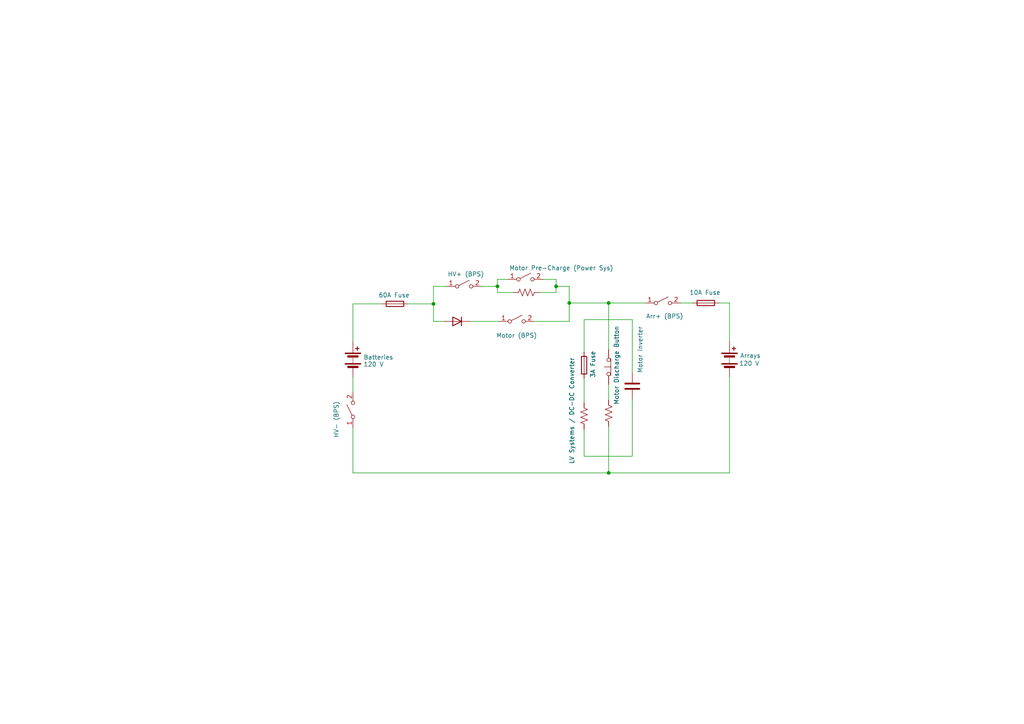
<source format=kicad_sch>
(kicad_sch (version 20230121) (generator eeschema)

  (uuid f20c27e8-230d-4901-b6c7-44073f89ab59)

  (paper "A4")

  (lib_symbols
    (symbol "Device:Battery" (pin_numbers hide) (pin_names (offset 0) hide) (in_bom yes) (on_board yes)
      (property "Reference" "BT" (at 2.54 2.54 0)
        (effects (font (size 1.27 1.27)) (justify left))
      )
      (property "Value" "Battery" (at 2.54 0 0)
        (effects (font (size 1.27 1.27)) (justify left))
      )
      (property "Footprint" "" (at 0 1.524 90)
        (effects (font (size 1.27 1.27)) hide)
      )
      (property "Datasheet" "~" (at 0 1.524 90)
        (effects (font (size 1.27 1.27)) hide)
      )
      (property "ki_keywords" "batt voltage-source cell" (at 0 0 0)
        (effects (font (size 1.27 1.27)) hide)
      )
      (property "ki_description" "Multiple-cell battery" (at 0 0 0)
        (effects (font (size 1.27 1.27)) hide)
      )
      (symbol "Battery_0_1"
        (rectangle (start -2.286 -1.27) (end 2.286 -1.524)
          (stroke (width 0) (type default))
          (fill (type outline))
        )
        (rectangle (start -2.286 1.778) (end 2.286 1.524)
          (stroke (width 0) (type default))
          (fill (type outline))
        )
        (rectangle (start -1.524 -2.032) (end 1.524 -2.54)
          (stroke (width 0) (type default))
          (fill (type outline))
        )
        (rectangle (start -1.524 1.016) (end 1.524 0.508)
          (stroke (width 0) (type default))
          (fill (type outline))
        )
        (polyline
          (pts
            (xy 0 -1.016)
            (xy 0 -0.762)
          )
          (stroke (width 0) (type default))
          (fill (type none))
        )
        (polyline
          (pts
            (xy 0 -0.508)
            (xy 0 -0.254)
          )
          (stroke (width 0) (type default))
          (fill (type none))
        )
        (polyline
          (pts
            (xy 0 0)
            (xy 0 0.254)
          )
          (stroke (width 0) (type default))
          (fill (type none))
        )
        (polyline
          (pts
            (xy 0 1.778)
            (xy 0 2.54)
          )
          (stroke (width 0) (type default))
          (fill (type none))
        )
        (polyline
          (pts
            (xy 0.762 3.048)
            (xy 1.778 3.048)
          )
          (stroke (width 0.254) (type default))
          (fill (type none))
        )
        (polyline
          (pts
            (xy 1.27 3.556)
            (xy 1.27 2.54)
          )
          (stroke (width 0.254) (type default))
          (fill (type none))
        )
      )
      (symbol "Battery_1_1"
        (pin passive line (at 0 5.08 270) (length 2.54)
          (name "+" (effects (font (size 1.27 1.27))))
          (number "1" (effects (font (size 1.27 1.27))))
        )
        (pin passive line (at 0 -5.08 90) (length 2.54)
          (name "-" (effects (font (size 1.27 1.27))))
          (number "2" (effects (font (size 1.27 1.27))))
        )
      )
    )
    (symbol "Device:C" (pin_numbers hide) (pin_names (offset 0.254)) (in_bom yes) (on_board yes)
      (property "Reference" "C" (at 0.635 2.54 0)
        (effects (font (size 1.27 1.27)) (justify left))
      )
      (property "Value" "C" (at 0.635 -2.54 0)
        (effects (font (size 1.27 1.27)) (justify left))
      )
      (property "Footprint" "" (at 0.9652 -3.81 0)
        (effects (font (size 1.27 1.27)) hide)
      )
      (property "Datasheet" "~" (at 0 0 0)
        (effects (font (size 1.27 1.27)) hide)
      )
      (property "ki_keywords" "cap capacitor" (at 0 0 0)
        (effects (font (size 1.27 1.27)) hide)
      )
      (property "ki_description" "Unpolarized capacitor" (at 0 0 0)
        (effects (font (size 1.27 1.27)) hide)
      )
      (property "ki_fp_filters" "C_*" (at 0 0 0)
        (effects (font (size 1.27 1.27)) hide)
      )
      (symbol "C_0_1"
        (polyline
          (pts
            (xy -2.032 -0.762)
            (xy 2.032 -0.762)
          )
          (stroke (width 0.508) (type default))
          (fill (type none))
        )
        (polyline
          (pts
            (xy -2.032 0.762)
            (xy 2.032 0.762)
          )
          (stroke (width 0.508) (type default))
          (fill (type none))
        )
      )
      (symbol "C_1_1"
        (pin passive line (at 0 3.81 270) (length 2.794)
          (name "~" (effects (font (size 1.27 1.27))))
          (number "1" (effects (font (size 1.27 1.27))))
        )
        (pin passive line (at 0 -3.81 90) (length 2.794)
          (name "~" (effects (font (size 1.27 1.27))))
          (number "2" (effects (font (size 1.27 1.27))))
        )
      )
    )
    (symbol "Device:Fuse" (pin_numbers hide) (pin_names (offset 0)) (in_bom yes) (on_board yes)
      (property "Reference" "F" (at 2.032 0 90)
        (effects (font (size 1.27 1.27)))
      )
      (property "Value" "Fuse" (at -1.905 0 90)
        (effects (font (size 1.27 1.27)))
      )
      (property "Footprint" "" (at -1.778 0 90)
        (effects (font (size 1.27 1.27)) hide)
      )
      (property "Datasheet" "~" (at 0 0 0)
        (effects (font (size 1.27 1.27)) hide)
      )
      (property "ki_keywords" "fuse" (at 0 0 0)
        (effects (font (size 1.27 1.27)) hide)
      )
      (property "ki_description" "Fuse" (at 0 0 0)
        (effects (font (size 1.27 1.27)) hide)
      )
      (property "ki_fp_filters" "*Fuse*" (at 0 0 0)
        (effects (font (size 1.27 1.27)) hide)
      )
      (symbol "Fuse_0_1"
        (rectangle (start -0.762 -2.54) (end 0.762 2.54)
          (stroke (width 0.254) (type default))
          (fill (type none))
        )
        (polyline
          (pts
            (xy 0 2.54)
            (xy 0 -2.54)
          )
          (stroke (width 0) (type default))
          (fill (type none))
        )
      )
      (symbol "Fuse_1_1"
        (pin passive line (at 0 3.81 270) (length 1.27)
          (name "~" (effects (font (size 1.27 1.27))))
          (number "1" (effects (font (size 1.27 1.27))))
        )
        (pin passive line (at 0 -3.81 90) (length 1.27)
          (name "~" (effects (font (size 1.27 1.27))))
          (number "2" (effects (font (size 1.27 1.27))))
        )
      )
    )
    (symbol "Device:R_US" (pin_numbers hide) (pin_names (offset 0)) (in_bom yes) (on_board yes)
      (property "Reference" "R" (at 2.54 0 90)
        (effects (font (size 1.27 1.27)))
      )
      (property "Value" "R_US" (at -2.54 0 90)
        (effects (font (size 1.27 1.27)))
      )
      (property "Footprint" "" (at 1.016 -0.254 90)
        (effects (font (size 1.27 1.27)) hide)
      )
      (property "Datasheet" "~" (at 0 0 0)
        (effects (font (size 1.27 1.27)) hide)
      )
      (property "ki_keywords" "R res resistor" (at 0 0 0)
        (effects (font (size 1.27 1.27)) hide)
      )
      (property "ki_description" "Resistor, US symbol" (at 0 0 0)
        (effects (font (size 1.27 1.27)) hide)
      )
      (property "ki_fp_filters" "R_*" (at 0 0 0)
        (effects (font (size 1.27 1.27)) hide)
      )
      (symbol "R_US_0_1"
        (polyline
          (pts
            (xy 0 -2.286)
            (xy 0 -2.54)
          )
          (stroke (width 0) (type default))
          (fill (type none))
        )
        (polyline
          (pts
            (xy 0 2.286)
            (xy 0 2.54)
          )
          (stroke (width 0) (type default))
          (fill (type none))
        )
        (polyline
          (pts
            (xy 0 -0.762)
            (xy 1.016 -1.143)
            (xy 0 -1.524)
            (xy -1.016 -1.905)
            (xy 0 -2.286)
          )
          (stroke (width 0) (type default))
          (fill (type none))
        )
        (polyline
          (pts
            (xy 0 0.762)
            (xy 1.016 0.381)
            (xy 0 0)
            (xy -1.016 -0.381)
            (xy 0 -0.762)
          )
          (stroke (width 0) (type default))
          (fill (type none))
        )
        (polyline
          (pts
            (xy 0 2.286)
            (xy 1.016 1.905)
            (xy 0 1.524)
            (xy -1.016 1.143)
            (xy 0 0.762)
          )
          (stroke (width 0) (type default))
          (fill (type none))
        )
      )
      (symbol "R_US_1_1"
        (pin passive line (at 0 3.81 270) (length 1.27)
          (name "~" (effects (font (size 1.27 1.27))))
          (number "1" (effects (font (size 1.27 1.27))))
        )
        (pin passive line (at 0 -3.81 90) (length 1.27)
          (name "~" (effects (font (size 1.27 1.27))))
          (number "2" (effects (font (size 1.27 1.27))))
        )
      )
    )
    (symbol "Diode:1N914WT" (pin_numbers hide) (pin_names hide) (in_bom yes) (on_board yes)
      (property "Reference" "D" (at 0 2.54 0)
        (effects (font (size 1.27 1.27)))
      )
      (property "Value" "1N914WT" (at 0 -2.54 0)
        (effects (font (size 1.27 1.27)))
      )
      (property "Footprint" "Diode_SMD:D_SOD-523" (at 0 -4.445 0)
        (effects (font (size 1.27 1.27)) hide)
      )
      (property "Datasheet" "http://www.mouser.com/ds/2/149/1N4148WT-461550.pdf" (at 0 0 0)
        (effects (font (size 1.27 1.27)) hide)
      )
      (property "Sim.Device" "D" (at 0 0 0)
        (effects (font (size 1.27 1.27)) hide)
      )
      (property "Sim.Pins" "1=K 2=A" (at 0 0 0)
        (effects (font (size 1.27 1.27)) hide)
      )
      (property "ki_keywords" "diode" (at 0 0 0)
        (effects (font (size 1.27 1.27)) hide)
      )
      (property "ki_description" "75V 0.15A Fast switching Diode, SOD-523" (at 0 0 0)
        (effects (font (size 1.27 1.27)) hide)
      )
      (property "ki_fp_filters" "D*SOD?523*" (at 0 0 0)
        (effects (font (size 1.27 1.27)) hide)
      )
      (symbol "1N914WT_0_1"
        (polyline
          (pts
            (xy -1.27 1.27)
            (xy -1.27 -1.27)
          )
          (stroke (width 0.254) (type default))
          (fill (type none))
        )
        (polyline
          (pts
            (xy 1.27 0)
            (xy -1.27 0)
          )
          (stroke (width 0) (type default))
          (fill (type none))
        )
        (polyline
          (pts
            (xy 1.27 1.27)
            (xy 1.27 -1.27)
            (xy -1.27 0)
            (xy 1.27 1.27)
          )
          (stroke (width 0.254) (type default))
          (fill (type none))
        )
      )
      (symbol "1N914WT_1_1"
        (pin passive line (at -3.81 0 0) (length 2.54)
          (name "K" (effects (font (size 1.27 1.27))))
          (number "1" (effects (font (size 1.27 1.27))))
        )
        (pin passive line (at 3.81 0 180) (length 2.54)
          (name "A" (effects (font (size 1.27 1.27))))
          (number "2" (effects (font (size 1.27 1.27))))
        )
      )
    )
    (symbol "Switch:SW_Push_Open" (pin_numbers hide) (pin_names (offset 1.016) hide) (in_bom yes) (on_board yes)
      (property "Reference" "SW" (at 0 2.54 0)
        (effects (font (size 1.27 1.27)))
      )
      (property "Value" "SW_Push_Open" (at 0 -1.905 0)
        (effects (font (size 1.27 1.27)))
      )
      (property "Footprint" "" (at 0 5.08 0)
        (effects (font (size 1.27 1.27)) hide)
      )
      (property "Datasheet" "~" (at 0 5.08 0)
        (effects (font (size 1.27 1.27)) hide)
      )
      (property "ki_keywords" "switch normally-closed pushbutton push-button" (at 0 0 0)
        (effects (font (size 1.27 1.27)) hide)
      )
      (property "ki_description" "Push button switch, push-to-open, generic, two pins" (at 0 0 0)
        (effects (font (size 1.27 1.27)) hide)
      )
      (symbol "SW_Push_Open_0_1"
        (circle (center -2.032 0) (radius 0.508)
          (stroke (width 0) (type default))
          (fill (type none))
        )
        (polyline
          (pts
            (xy -2.54 -0.635)
            (xy 2.54 -0.635)
          )
          (stroke (width 0) (type default))
          (fill (type none))
        )
        (polyline
          (pts
            (xy 0 -0.635)
            (xy 0 1.27)
          )
          (stroke (width 0) (type default))
          (fill (type none))
        )
        (circle (center 2.032 0) (radius 0.508)
          (stroke (width 0) (type default))
          (fill (type none))
        )
        (pin passive line (at -5.08 0 0) (length 2.54)
          (name "A" (effects (font (size 1.27 1.27))))
          (number "1" (effects (font (size 1.27 1.27))))
        )
      )
      (symbol "SW_Push_Open_1_1"
        (pin passive line (at 5.08 0 180) (length 2.54)
          (name "B" (effects (font (size 1.27 1.27))))
          (number "2" (effects (font (size 1.27 1.27))))
        )
      )
    )
    (symbol "Switch:SW_SPST" (pin_names (offset 0) hide) (in_bom yes) (on_board yes)
      (property "Reference" "SW" (at 0 3.175 0)
        (effects (font (size 1.27 1.27)))
      )
      (property "Value" "SW_SPST" (at 0 -2.54 0)
        (effects (font (size 1.27 1.27)))
      )
      (property "Footprint" "" (at 0 0 0)
        (effects (font (size 1.27 1.27)) hide)
      )
      (property "Datasheet" "~" (at 0 0 0)
        (effects (font (size 1.27 1.27)) hide)
      )
      (property "ki_keywords" "switch lever" (at 0 0 0)
        (effects (font (size 1.27 1.27)) hide)
      )
      (property "ki_description" "Single Pole Single Throw (SPST) switch" (at 0 0 0)
        (effects (font (size 1.27 1.27)) hide)
      )
      (symbol "SW_SPST_0_0"
        (circle (center -2.032 0) (radius 0.508)
          (stroke (width 0) (type default))
          (fill (type none))
        )
        (polyline
          (pts
            (xy -1.524 0.254)
            (xy 1.524 1.778)
          )
          (stroke (width 0) (type default))
          (fill (type none))
        )
        (circle (center 2.032 0) (radius 0.508)
          (stroke (width 0) (type default))
          (fill (type none))
        )
      )
      (symbol "SW_SPST_1_1"
        (pin passive line (at -5.08 0 0) (length 2.54)
          (name "A" (effects (font (size 1.27 1.27))))
          (number "1" (effects (font (size 1.27 1.27))))
        )
        (pin passive line (at 5.08 0 180) (length 2.54)
          (name "B" (effects (font (size 1.27 1.27))))
          (number "2" (effects (font (size 1.27 1.27))))
        )
      )
    )
  )

  (junction (at 161.29 83.058) (diameter 0) (color 0 0 0 0)
    (uuid 1d6b40a4-3853-48f3-8c55-d6f357ce63da)
  )
  (junction (at 176.53 87.884) (diameter 0) (color 0 0 0 0)
    (uuid 29a0d92a-cf01-46ac-b4ce-3da1c21c1dd9)
  )
  (junction (at 125.73 88.138) (diameter 0) (color 0 0 0 0)
    (uuid 4bffac87-060e-4ccd-bf99-204dfec01d70)
  )
  (junction (at 176.53 137.16) (diameter 0) (color 0 0 0 0)
    (uuid 6d2ebe43-6fe9-4373-bc5c-6e8d5501b47e)
  )
  (junction (at 144.272 83.058) (diameter 0) (color 0 0 0 0)
    (uuid d9cd98ab-7af5-44c8-98fe-228fc72842ce)
  )
  (junction (at 165.1 87.884) (diameter 0) (color 0 0 0 0)
    (uuid ee53c7a1-7718-4ad3-b167-7c323bbdb7a7)
  )

  (wire (pts (xy 176.53 87.884) (xy 187.198 87.884))
    (stroke (width 0) (type default))
    (uuid 038b1015-ef7f-4969-9ac7-e09e8db2c4c4)
  )
  (wire (pts (xy 176.53 111.506) (xy 176.53 116.078))
    (stroke (width 0) (type default))
    (uuid 1f8da84d-bf05-49d2-bfb3-a832626e39d1)
  )
  (wire (pts (xy 144.272 83.058) (xy 144.272 84.836))
    (stroke (width 0) (type default))
    (uuid 1fd500bb-bb5a-416c-807c-56819e518703)
  )
  (wire (pts (xy 183.388 92.71) (xy 183.388 108.204))
    (stroke (width 0) (type default))
    (uuid 22ccd6ba-817a-4d84-bf6b-08eeab7a321b)
  )
  (wire (pts (xy 156.464 84.836) (xy 161.29 84.836))
    (stroke (width 0) (type default))
    (uuid 29b9b0a2-b9c9-42a3-8f95-a68d8ea6911c)
  )
  (wire (pts (xy 102.362 109.22) (xy 102.362 113.792))
    (stroke (width 0) (type default))
    (uuid 2bf4c0db-c2f9-468d-b0e5-51905149bb25)
  )
  (wire (pts (xy 211.582 87.884) (xy 208.534 87.884))
    (stroke (width 0) (type default))
    (uuid 334fcde3-861a-45e0-9782-16769de1a470)
  )
  (wire (pts (xy 128.778 93.218) (xy 125.73 93.218))
    (stroke (width 0) (type default))
    (uuid 40a71c97-55ed-409f-87d4-7fabe1894b85)
  )
  (wire (pts (xy 161.29 81.026) (xy 157.48 81.026))
    (stroke (width 0) (type default))
    (uuid 40eafc95-3720-4f27-83e1-e520aa9d2a17)
  )
  (wire (pts (xy 102.362 123.952) (xy 102.362 137.16))
    (stroke (width 0) (type default))
    (uuid 42cfa7df-f484-4790-9074-5d883b8de01e)
  )
  (wire (pts (xy 102.362 137.16) (xy 176.53 137.16))
    (stroke (width 0) (type default))
    (uuid 4a686cda-54d4-4cfc-80ae-3495637a8d0d)
  )
  (wire (pts (xy 161.29 83.058) (xy 161.29 84.836))
    (stroke (width 0) (type default))
    (uuid 4ab93c22-1e04-4d2b-9b8a-3ea0f66854a4)
  )
  (wire (pts (xy 197.358 87.884) (xy 200.914 87.884))
    (stroke (width 0) (type default))
    (uuid 4e7fd492-7936-4e48-8304-78d6010078d5)
  )
  (wire (pts (xy 165.1 87.884) (xy 165.1 93.218))
    (stroke (width 0) (type default))
    (uuid 5215f42f-c458-4758-817c-9373a0c72e60)
  )
  (wire (pts (xy 176.53 137.16) (xy 211.582 137.16))
    (stroke (width 0) (type default))
    (uuid 58057f32-435b-4e49-a329-9a8d877851fe)
  )
  (wire (pts (xy 176.53 87.884) (xy 176.53 101.346))
    (stroke (width 0) (type default))
    (uuid 5afcc4e6-67f1-4537-bbaa-1d7453748367)
  )
  (wire (pts (xy 102.362 88.138) (xy 110.744 88.138))
    (stroke (width 0) (type default))
    (uuid 5b945c4b-9766-47e1-a47b-9a360f7d0444)
  )
  (wire (pts (xy 211.582 87.884) (xy 211.582 99.06))
    (stroke (width 0) (type default))
    (uuid 615d14c4-c41f-4acf-8d58-f0e3780d26d2)
  )
  (wire (pts (xy 169.418 132.334) (xy 183.388 132.334))
    (stroke (width 0) (type default))
    (uuid 678ea68c-5538-4873-b038-612b5b2c2846)
  )
  (wire (pts (xy 161.29 81.026) (xy 161.29 83.058))
    (stroke (width 0) (type default))
    (uuid 6a0729ab-a3b1-4c34-953d-90b80c677b61)
  )
  (wire (pts (xy 144.272 81.026) (xy 144.272 83.058))
    (stroke (width 0) (type default))
    (uuid 719a3e17-5012-4344-a289-2a304119e031)
  )
  (wire (pts (xy 211.582 109.22) (xy 211.582 137.16))
    (stroke (width 0) (type default))
    (uuid 78c0ae51-6f4b-47e8-9993-badbd6c9cad4)
  )
  (wire (pts (xy 165.1 83.058) (xy 161.29 83.058))
    (stroke (width 0) (type default))
    (uuid 7bd35888-3c62-43ee-89ae-3cdf6c8ba794)
  )
  (wire (pts (xy 169.418 124.46) (xy 169.418 132.334))
    (stroke (width 0) (type default))
    (uuid 824c04b1-3cbe-4d19-bf86-8f6efb8d4fcc)
  )
  (wire (pts (xy 136.398 93.218) (xy 144.78 93.218))
    (stroke (width 0) (type default))
    (uuid 860781df-c105-4bd5-8be4-1d981ef70997)
  )
  (wire (pts (xy 165.1 87.884) (xy 176.53 87.884))
    (stroke (width 0) (type default))
    (uuid 866e84e8-8f0f-4f67-8dfa-4b33f20ed2ce)
  )
  (wire (pts (xy 169.418 92.71) (xy 169.418 102.108))
    (stroke (width 0) (type default))
    (uuid 95b7366b-5bec-40d0-ad8a-ae9bad1840a5)
  )
  (wire (pts (xy 183.388 115.824) (xy 183.388 132.334))
    (stroke (width 0) (type default))
    (uuid 969bbe15-b46d-4901-ba42-23775acbb26d)
  )
  (wire (pts (xy 125.73 83.058) (xy 125.73 88.138))
    (stroke (width 0) (type default))
    (uuid 9f34d790-0538-4306-b8c5-82643419e793)
  )
  (wire (pts (xy 169.418 109.728) (xy 169.418 116.84))
    (stroke (width 0) (type default))
    (uuid a62f5e3f-88fb-4795-b820-4d3c281d01d9)
  )
  (wire (pts (xy 144.272 84.836) (xy 148.844 84.836))
    (stroke (width 0) (type default))
    (uuid b17367aa-1f0c-4e9c-942a-ef9d8256141e)
  )
  (wire (pts (xy 165.1 83.058) (xy 165.1 87.884))
    (stroke (width 0) (type default))
    (uuid b3200741-9ab2-419e-9268-5b859d51e111)
  )
  (wire (pts (xy 125.73 83.058) (xy 129.54 83.058))
    (stroke (width 0) (type default))
    (uuid b4cac8e9-f7cf-415c-8df3-8e77399bf3c8)
  )
  (wire (pts (xy 139.7 83.058) (xy 144.272 83.058))
    (stroke (width 0) (type default))
    (uuid bd97eb7b-55d6-4a50-851c-a795b62a2bfa)
  )
  (wire (pts (xy 102.362 88.138) (xy 102.362 99.06))
    (stroke (width 0) (type default))
    (uuid d5b864e2-398d-4161-8101-89d493b8434f)
  )
  (wire (pts (xy 176.53 137.16) (xy 176.53 123.698))
    (stroke (width 0) (type default))
    (uuid d853218a-fbc4-499d-9b4b-f447687229e3)
  )
  (wire (pts (xy 125.73 88.138) (xy 125.73 93.218))
    (stroke (width 0) (type default))
    (uuid df4d9445-5b28-43b3-b76b-9f0f2f86bdbd)
  )
  (wire (pts (xy 169.418 92.71) (xy 183.388 92.71))
    (stroke (width 0) (type default))
    (uuid e36ad4ba-e751-4c71-a859-165eef893da5)
  )
  (wire (pts (xy 144.272 81.026) (xy 147.32 81.026))
    (stroke (width 0) (type default))
    (uuid ea71138b-dc9f-497b-a6c9-275557325396)
  )
  (wire (pts (xy 154.94 93.218) (xy 165.1 93.218))
    (stroke (width 0) (type default))
    (uuid f1b3dfc5-07b8-429b-b284-35e619e3651b)
  )
  (wire (pts (xy 118.364 88.138) (xy 125.73 88.138))
    (stroke (width 0) (type default))
    (uuid fef6967f-7cfb-4475-9924-f927e4231467)
  )

  (symbol (lib_id "Switch:SW_Push_Open") (at 176.53 106.426 90) (unit 1)
    (in_bom yes) (on_board yes) (dnp no)
    (uuid 0c3087fa-3f05-449e-bdfb-2142052387ea)
    (property "Reference" "SW4" (at 178.054 105.156 90)
      (effects (font (size 1.27 1.27)) (justify right) hide)
    )
    (property "Value" "Motor Discharge Button" (at 178.816 94.488 0)
      (effects (font (size 1.27 1.27)) (justify right))
    )
    (property "Footprint" "" (at 171.45 106.426 0)
      (effects (font (size 1.27 1.27)) hide)
    )
    (property "Datasheet" "~" (at 171.45 106.426 0)
      (effects (font (size 1.27 1.27)) hide)
    )
    (pin "1" (uuid 5fe9bdaa-bb48-4bf0-a147-c7ad0990948d))
    (pin "2" (uuid 81282b78-0ab5-4a1f-af15-03c4cffdf00f))
    (instances
      (project "HV Design"
        (path "/f20c27e8-230d-4901-b6c7-44073f89ab59"
          (reference "SW4") (unit 1)
        )
      )
    )
  )

  (symbol (lib_id "Diode:1N914WT") (at 132.588 93.218 180) (unit 1)
    (in_bom yes) (on_board yes) (dnp no) (fields_autoplaced)
    (uuid 25cc623f-a9c6-4cd6-b551-798219fe2efd)
    (property "Reference" "D1" (at 132.588 99.568 0)
      (effects (font (size 1.27 1.27)) hide)
    )
    (property "Value" "~" (at 132.588 97.028 0)
      (effects (font (size 1.27 1.27)) hide)
    )
    (property "Footprint" "Diode_SMD:D_SOD-523" (at 132.588 88.773 0)
      (effects (font (size 1.27 1.27)) hide)
    )
    (property "Datasheet" "http://www.mouser.com/ds/2/149/1N4148WT-461550.pdf" (at 132.588 93.218 0)
      (effects (font (size 1.27 1.27)) hide)
    )
    (property "Sim.Device" "D" (at 132.588 93.218 0)
      (effects (font (size 1.27 1.27)) hide)
    )
    (property "Sim.Pins" "1=K 2=A" (at 132.588 93.218 0)
      (effects (font (size 1.27 1.27)) hide)
    )
    (pin "1" (uuid 0378e9f1-e45a-44c9-a2e5-76d0f2a934b2))
    (pin "2" (uuid 7dac8f85-90ca-4f88-a3ec-e0e5a1e0ccee))
    (instances
      (project "HV Design"
        (path "/f20c27e8-230d-4901-b6c7-44073f89ab59"
          (reference "D1") (unit 1)
        )
      )
    )
  )

  (symbol (lib_id "Device:Fuse") (at 169.418 105.918 180) (unit 1)
    (in_bom yes) (on_board yes) (dnp no)
    (uuid 322a045d-0b28-42e3-8563-a1d471dc1088)
    (property "Reference" "F2" (at 163.703 105.918 90)
      (effects (font (size 1.27 1.27)) hide)
    )
    (property "Value" "3A Fuse" (at 171.958 105.664 90)
      (effects (font (size 1.27 1.27)))
    )
    (property "Footprint" "" (at 171.196 105.918 90)
      (effects (font (size 1.27 1.27)) hide)
    )
    (property "Datasheet" "~" (at 169.418 105.918 0)
      (effects (font (size 1.27 1.27)) hide)
    )
    (pin "1" (uuid 35db24f3-f6dc-4fe4-ba9f-b76a753b23a9))
    (pin "2" (uuid 257056eb-b1c2-4c0d-aa49-096c1adf164b))
    (instances
      (project "HV Design"
        (path "/f20c27e8-230d-4901-b6c7-44073f89ab59"
          (reference "F2") (unit 1)
        )
      )
    )
  )

  (symbol (lib_id "Device:C") (at 183.388 112.014 0) (unit 1)
    (in_bom yes) (on_board yes) (dnp no)
    (uuid 3ad07ae4-6c04-4d64-84ac-66b2fe1f2467)
    (property "Reference" "C1" (at 187.198 110.744 0)
      (effects (font (size 1.27 1.27)) (justify left) hide)
    )
    (property "Value" "Motor Inverter" (at 185.674 108.204 90)
      (effects (font (size 1.27 1.27)) (justify left))
    )
    (property "Footprint" "" (at 184.3532 115.824 0)
      (effects (font (size 1.27 1.27)) hide)
    )
    (property "Datasheet" "~" (at 183.388 112.014 0)
      (effects (font (size 1.27 1.27)) hide)
    )
    (pin "1" (uuid 3b174b8c-703b-4650-9cf7-924efb15d706))
    (pin "2" (uuid 8b92b683-4767-4046-8d32-96094979fa26))
    (instances
      (project "HV Design"
        (path "/f20c27e8-230d-4901-b6c7-44073f89ab59"
          (reference "C1") (unit 1)
        )
      )
    )
  )

  (symbol (lib_id "Device:R_US") (at 176.53 119.888 180) (unit 1)
    (in_bom yes) (on_board yes) (dnp no)
    (uuid 41df04ca-3f8f-4a59-aa5c-9dbb86c549ae)
    (property "Reference" "R4" (at 170.815 119.888 90)
      (effects (font (size 1.27 1.27)) hide)
    )
    (property "Value" "~" (at 173.355 119.888 90)
      (effects (font (size 1.27 1.27)) hide)
    )
    (property "Footprint" "" (at 175.514 119.634 90)
      (effects (font (size 1.27 1.27)) hide)
    )
    (property "Datasheet" "~" (at 176.53 119.888 0)
      (effects (font (size 1.27 1.27)) hide)
    )
    (pin "1" (uuid c119add0-ba2a-42d6-b0d5-089b2d2d1cd6))
    (pin "2" (uuid 67759fe6-d863-466e-a80d-08399d7eea4d))
    (instances
      (project "HV Design"
        (path "/f20c27e8-230d-4901-b6c7-44073f89ab59"
          (reference "R4") (unit 1)
        )
      )
    )
  )

  (symbol (lib_id "Switch:SW_SPST") (at 152.4 81.026 0) (unit 1)
    (in_bom yes) (on_board yes) (dnp no)
    (uuid 4cd87681-2bd4-4f01-9c0c-9799922539d4)
    (property "Reference" "SW1" (at 152.4 74.041 0)
      (effects (font (size 1.27 1.27)) hide)
    )
    (property "Value" "Motor Pre-Charge (Power Sys)" (at 162.814 77.724 0)
      (effects (font (size 1.27 1.27)))
    )
    (property "Footprint" "" (at 152.4 81.026 0)
      (effects (font (size 1.27 1.27)) hide)
    )
    (property "Datasheet" "~" (at 152.4 81.026 0)
      (effects (font (size 1.27 1.27)) hide)
    )
    (pin "1" (uuid d994882a-fea5-4b22-9455-691e1e3caea1))
    (pin "2" (uuid 76b4f26e-fae4-41b1-a83a-d8c3888f31a7))
    (instances
      (project "HV Design"
        (path "/f20c27e8-230d-4901-b6c7-44073f89ab59"
          (reference "SW1") (unit 1)
        )
      )
    )
  )

  (symbol (lib_id "Switch:SW_SPST") (at 192.278 87.884 0) (unit 1)
    (in_bom yes) (on_board yes) (dnp no)
    (uuid 56f8acc6-2eb0-46d8-93b3-c662c48408a6)
    (property "Reference" "SW6" (at 192.278 80.899 0)
      (effects (font (size 1.27 1.27)) hide)
    )
    (property "Value" "Arr+ (BPS)" (at 192.786 91.694 0)
      (effects (font (size 1.27 1.27)))
    )
    (property "Footprint" "" (at 192.278 87.884 0)
      (effects (font (size 1.27 1.27)) hide)
    )
    (property "Datasheet" "~" (at 192.278 87.884 0)
      (effects (font (size 1.27 1.27)) hide)
    )
    (pin "1" (uuid 80fc9567-5112-4234-ae41-a47647412f0b))
    (pin "2" (uuid f5c6a29d-e10b-44f3-b946-92046068b26b))
    (instances
      (project "HV Design"
        (path "/f20c27e8-230d-4901-b6c7-44073f89ab59"
          (reference "SW6") (unit 1)
        )
      )
    )
  )

  (symbol (lib_id "Device:Battery") (at 102.362 104.14 0) (unit 1)
    (in_bom yes) (on_board yes) (dnp no)
    (uuid 5f7937ef-9545-40b3-aa25-b943fc606ca2)
    (property "Reference" "Batteries" (at 105.41 103.632 0)
      (effects (font (size 1.27 1.27)) (justify left))
    )
    (property "Value" "120 V" (at 105.41 105.664 0)
      (effects (font (size 1.27 1.27)) (justify left))
    )
    (property "Footprint" "" (at 102.362 102.616 90)
      (effects (font (size 1.27 1.27)) hide)
    )
    (property "Datasheet" "~" (at 102.362 102.616 90)
      (effects (font (size 1.27 1.27)) hide)
    )
    (pin "1" (uuid d4b8b53b-61b0-464e-8253-edead3123319))
    (pin "2" (uuid be920b82-2234-4def-9af7-dd794db2c644))
    (instances
      (project "HV Design"
        (path "/f20c27e8-230d-4901-b6c7-44073f89ab59"
          (reference "Batteries") (unit 1)
        )
      )
    )
  )

  (symbol (lib_id "Device:Fuse") (at 114.554 88.138 90) (unit 1)
    (in_bom yes) (on_board yes) (dnp no)
    (uuid 7005507d-32f2-4078-8b35-5c9030416d0a)
    (property "Reference" "F1" (at 114.554 82.423 90)
      (effects (font (size 1.27 1.27)) hide)
    )
    (property "Value" "60A Fuse" (at 114.3 85.598 90)
      (effects (font (size 1.27 1.27)))
    )
    (property "Footprint" "" (at 114.554 89.916 90)
      (effects (font (size 1.27 1.27)) hide)
    )
    (property "Datasheet" "~" (at 114.554 88.138 0)
      (effects (font (size 1.27 1.27)) hide)
    )
    (pin "1" (uuid 87d385c4-3fbd-41b9-ab15-457bba5e36b4))
    (pin "2" (uuid d210cb10-07a1-4da6-901b-f7196e6b7eea))
    (instances
      (project "HV Design"
        (path "/f20c27e8-230d-4901-b6c7-44073f89ab59"
          (reference "F1") (unit 1)
        )
      )
    )
  )

  (symbol (lib_id "Device:Fuse") (at 204.724 87.884 270) (unit 1)
    (in_bom yes) (on_board yes) (dnp no)
    (uuid 772870c4-9e39-47d9-89fd-2d7a4ea9bdde)
    (property "Reference" "F3" (at 204.724 93.599 90)
      (effects (font (size 1.27 1.27)) hide)
    )
    (property "Value" "10A Fuse" (at 204.47 84.836 90)
      (effects (font (size 1.27 1.27)))
    )
    (property "Footprint" "" (at 204.724 86.106 90)
      (effects (font (size 1.27 1.27)) hide)
    )
    (property "Datasheet" "~" (at 204.724 87.884 0)
      (effects (font (size 1.27 1.27)) hide)
    )
    (pin "1" (uuid ab88a167-6b8e-4dd1-92e9-5b1f49a268ca))
    (pin "2" (uuid eaecfe48-f95f-4014-ad9c-be4850ed6b5b))
    (instances
      (project "HV Design"
        (path "/f20c27e8-230d-4901-b6c7-44073f89ab59"
          (reference "F3") (unit 1)
        )
      )
    )
  )

  (symbol (lib_id "Device:R_US") (at 152.654 84.836 90) (unit 1)
    (in_bom yes) (on_board yes) (dnp no)
    (uuid 85bdb6dd-3719-4415-bc4e-780ab54f0431)
    (property "Reference" "R3" (at 152.654 79.121 90)
      (effects (font (size 1.27 1.27)) hide)
    )
    (property "Value" "R_US" (at 152.654 81.661 90)
      (effects (font (size 1.27 1.27)) hide)
    )
    (property "Footprint" "" (at 152.908 83.82 90)
      (effects (font (size 1.27 1.27)) hide)
    )
    (property "Datasheet" "~" (at 152.654 84.836 0)
      (effects (font (size 1.27 1.27)) hide)
    )
    (pin "1" (uuid a5049e0e-6934-4053-9226-e107814ef068))
    (pin "2" (uuid 24a15422-d5f1-4816-b2c9-1cb22bd07d00))
    (instances
      (project "HV Design"
        (path "/f20c27e8-230d-4901-b6c7-44073f89ab59"
          (reference "R3") (unit 1)
        )
      )
    )
  )

  (symbol (lib_id "Device:Battery") (at 211.582 104.14 0) (unit 1)
    (in_bom yes) (on_board yes) (dnp no)
    (uuid a81f3fe4-cfe3-47ce-9c27-6c06c9c320cd)
    (property "Reference" "Arrays" (at 214.63 103.124 0)
      (effects (font (size 1.27 1.27)) (justify left))
    )
    (property "Value" "120 V" (at 214.376 105.41 0)
      (effects (font (size 1.27 1.27)) (justify left))
    )
    (property "Footprint" "" (at 211.582 102.616 90)
      (effects (font (size 1.27 1.27)) hide)
    )
    (property "Datasheet" "~" (at 211.582 102.616 90)
      (effects (font (size 1.27 1.27)) hide)
    )
    (pin "1" (uuid 0791d7e1-5857-4c54-be60-51db7a0c3065))
    (pin "2" (uuid d389d5f2-f58a-4821-ac79-56a174e84367))
    (instances
      (project "HV Design"
        (path "/f20c27e8-230d-4901-b6c7-44073f89ab59"
          (reference "Arrays") (unit 1)
        )
      )
    )
  )

  (symbol (lib_id "Switch:SW_SPST") (at 102.362 118.872 90) (unit 1)
    (in_bom yes) (on_board yes) (dnp no)
    (uuid b3cf8fc8-1b22-4bf2-851e-9221c165e4ae)
    (property "Reference" "SW3" (at 95.377 118.872 0)
      (effects (font (size 1.27 1.27)) hide)
    )
    (property "Value" "HV- (BPS)" (at 97.536 121.666 0)
      (effects (font (size 1.27 1.27)))
    )
    (property "Footprint" "" (at 102.362 118.872 0)
      (effects (font (size 1.27 1.27)) hide)
    )
    (property "Datasheet" "~" (at 102.362 118.872 0)
      (effects (font (size 1.27 1.27)) hide)
    )
    (pin "1" (uuid c9f15a38-d7a1-48cf-9e82-6450dc39c279))
    (pin "2" (uuid 6a65dc32-c528-49cd-8ad3-e7fe9dee1990))
    (instances
      (project "HV Design"
        (path "/f20c27e8-230d-4901-b6c7-44073f89ab59"
          (reference "SW3") (unit 1)
        )
      )
    )
  )

  (symbol (lib_id "Switch:SW_SPST") (at 134.62 83.058 0) (unit 1)
    (in_bom yes) (on_board yes) (dnp no)
    (uuid d9b83130-d4e6-4891-a409-f0fa415e8d3f)
    (property "Reference" "SW2" (at 134.62 76.073 0)
      (effects (font (size 1.27 1.27)) hide)
    )
    (property "Value" "HV+ (BPS)" (at 135.128 79.502 0)
      (effects (font (size 1.27 1.27)))
    )
    (property "Footprint" "" (at 134.62 83.058 0)
      (effects (font (size 1.27 1.27)) hide)
    )
    (property "Datasheet" "~" (at 134.62 83.058 0)
      (effects (font (size 1.27 1.27)) hide)
    )
    (pin "1" (uuid 57cd6b92-1f2a-4873-a7ac-e0a58c3457ca))
    (pin "2" (uuid 2ce56a50-48ed-4dcf-8754-cb7927971368))
    (instances
      (project "HV Design"
        (path "/f20c27e8-230d-4901-b6c7-44073f89ab59"
          (reference "SW2") (unit 1)
        )
      )
    )
  )

  (symbol (lib_id "Device:R_US") (at 169.418 120.65 180) (unit 1)
    (in_bom yes) (on_board yes) (dnp no)
    (uuid e0a0bdca-e88f-431d-9558-6210b5cc8861)
    (property "Reference" "R1" (at 163.703 120.65 90)
      (effects (font (size 1.27 1.27)) hide)
    )
    (property "Value" "LV Systems / DC-DC Converter" (at 165.862 119.126 90)
      (effects (font (size 1.27 1.27)))
    )
    (property "Footprint" "" (at 168.402 120.396 90)
      (effects (font (size 1.27 1.27)) hide)
    )
    (property "Datasheet" "~" (at 169.418 120.65 0)
      (effects (font (size 1.27 1.27)) hide)
    )
    (pin "1" (uuid 8995bb1f-1416-41af-90b7-f8aa10a13e16))
    (pin "2" (uuid 7d9953fe-6ad1-4dea-b893-39927a26a18a))
    (instances
      (project "HV Design"
        (path "/f20c27e8-230d-4901-b6c7-44073f89ab59"
          (reference "R1") (unit 1)
        )
      )
    )
  )

  (symbol (lib_id "Switch:SW_SPST") (at 149.86 93.218 0) (unit 1)
    (in_bom yes) (on_board yes) (dnp no)
    (uuid f05bea3e-c765-4b3a-9c0d-a20a96996631)
    (property "Reference" "SW5" (at 149.86 86.233 0)
      (effects (font (size 1.27 1.27)) hide)
    )
    (property "Value" "Motor (BPS)" (at 149.86 97.282 0)
      (effects (font (size 1.27 1.27)))
    )
    (property "Footprint" "" (at 149.86 93.218 0)
      (effects (font (size 1.27 1.27)) hide)
    )
    (property "Datasheet" "~" (at 149.86 93.218 0)
      (effects (font (size 1.27 1.27)) hide)
    )
    (pin "1" (uuid 39c55c13-5a04-47b0-95ac-ea37a1c3b90c))
    (pin "2" (uuid fc01895d-501b-4d38-a2c1-dd8e34edb968))
    (instances
      (project "HV Design"
        (path "/f20c27e8-230d-4901-b6c7-44073f89ab59"
          (reference "SW5") (unit 1)
        )
      )
    )
  )

  (sheet_instances
    (path "/" (page "1"))
  )
)

</source>
